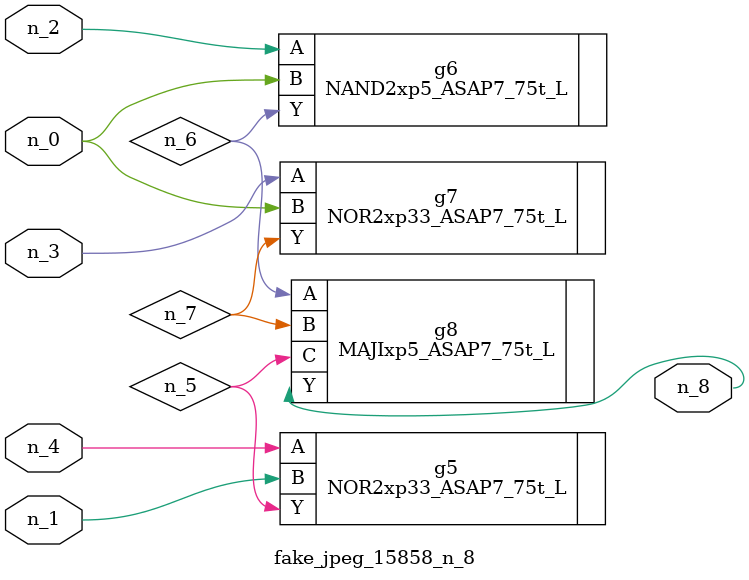
<source format=v>
module fake_jpeg_15858_n_8 (n_3, n_2, n_1, n_0, n_4, n_8);

input n_3;
input n_2;
input n_1;
input n_0;
input n_4;

output n_8;

wire n_6;
wire n_5;
wire n_7;

NOR2xp33_ASAP7_75t_L g5 ( 
.A(n_4),
.B(n_1),
.Y(n_5)
);

NAND2xp5_ASAP7_75t_L g6 ( 
.A(n_2),
.B(n_0),
.Y(n_6)
);

NOR2xp33_ASAP7_75t_L g7 ( 
.A(n_3),
.B(n_0),
.Y(n_7)
);

MAJIxp5_ASAP7_75t_L g8 ( 
.A(n_6),
.B(n_7),
.C(n_5),
.Y(n_8)
);


endmodule
</source>
